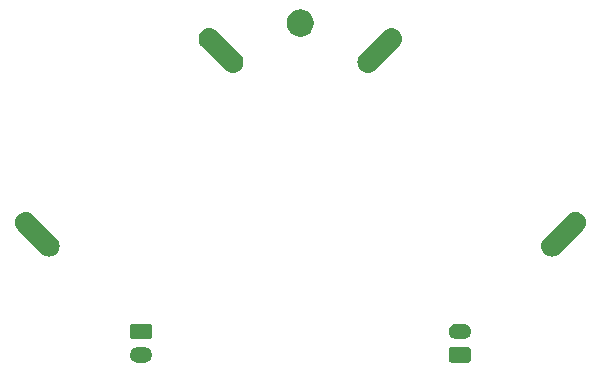
<source format=gbs>
G04 #@! TF.GenerationSoftware,KiCad,Pcbnew,(5.1.4)-1*
G04 #@! TF.CreationDate,2019-08-21T00:58:33+09:00*
G04 #@! TF.ProjectId,battery-pack-pcb,62617474-6572-4792-9d70-61636b2d7063,rev?*
G04 #@! TF.SameCoordinates,PX2faf080PY2faf080*
G04 #@! TF.FileFunction,Soldermask,Bot*
G04 #@! TF.FilePolarity,Negative*
%FSLAX46Y46*%
G04 Gerber Fmt 4.6, Leading zero omitted, Abs format (unit mm)*
G04 Created by KiCad (PCBNEW (5.1.4)-1) date 2019-08-21 00:58:33*
%MOMM*%
%LPD*%
G04 APERTURE LIST*
%ADD10C,0.100000*%
G04 APERTURE END LIST*
D10*
G36*
X14338855Y-30852140D02*
G01*
X14402618Y-30858420D01*
X14483400Y-30882925D01*
X14525336Y-30895646D01*
X14638425Y-30956094D01*
X14737554Y-31037446D01*
X14818906Y-31136575D01*
X14879354Y-31249664D01*
X14879355Y-31249668D01*
X14916580Y-31372382D01*
X14929149Y-31500000D01*
X14916580Y-31627618D01*
X14889040Y-31718404D01*
X14879354Y-31750336D01*
X14818906Y-31863425D01*
X14737554Y-31962554D01*
X14638425Y-32043906D01*
X14525336Y-32104354D01*
X14493404Y-32114040D01*
X14402618Y-32141580D01*
X14338855Y-32147860D01*
X14306974Y-32151000D01*
X13693026Y-32151000D01*
X13661145Y-32147860D01*
X13597382Y-32141580D01*
X13506596Y-32114040D01*
X13474664Y-32104354D01*
X13361575Y-32043906D01*
X13262446Y-31962554D01*
X13181094Y-31863425D01*
X13120646Y-31750336D01*
X13110960Y-31718404D01*
X13083420Y-31627618D01*
X13070851Y-31500000D01*
X13083420Y-31372382D01*
X13120645Y-31249668D01*
X13120646Y-31249664D01*
X13181094Y-31136575D01*
X13262446Y-31037446D01*
X13361575Y-30956094D01*
X13474664Y-30895646D01*
X13516600Y-30882925D01*
X13597382Y-30858420D01*
X13661145Y-30852140D01*
X13693026Y-30849000D01*
X14306974Y-30849000D01*
X14338855Y-30852140D01*
X14338855Y-30852140D01*
G37*
G36*
X41766242Y-30853404D02*
G01*
X41803337Y-30864657D01*
X41837515Y-30882925D01*
X41867481Y-30907519D01*
X41892075Y-30937485D01*
X41910343Y-30971663D01*
X41921596Y-31008758D01*
X41926000Y-31053474D01*
X41926000Y-31946526D01*
X41921596Y-31991242D01*
X41910343Y-32028337D01*
X41892075Y-32062515D01*
X41867481Y-32092481D01*
X41837515Y-32117075D01*
X41803337Y-32135343D01*
X41766242Y-32146596D01*
X41721526Y-32151000D01*
X40278474Y-32151000D01*
X40233758Y-32146596D01*
X40196663Y-32135343D01*
X40162485Y-32117075D01*
X40132519Y-32092481D01*
X40107925Y-32062515D01*
X40089657Y-32028337D01*
X40078404Y-31991242D01*
X40074000Y-31946526D01*
X40074000Y-31053474D01*
X40078404Y-31008758D01*
X40089657Y-30971663D01*
X40107925Y-30937485D01*
X40132519Y-30907519D01*
X40162485Y-30882925D01*
X40196663Y-30864657D01*
X40233758Y-30853404D01*
X40278474Y-30849000D01*
X41721526Y-30849000D01*
X41766242Y-30853404D01*
X41766242Y-30853404D01*
G37*
G36*
X14766242Y-28853404D02*
G01*
X14803337Y-28864657D01*
X14837515Y-28882925D01*
X14867481Y-28907519D01*
X14892075Y-28937485D01*
X14910343Y-28971663D01*
X14921596Y-29008758D01*
X14926000Y-29053474D01*
X14926000Y-29946526D01*
X14921596Y-29991242D01*
X14910343Y-30028337D01*
X14892075Y-30062515D01*
X14867481Y-30092481D01*
X14837515Y-30117075D01*
X14803337Y-30135343D01*
X14766242Y-30146596D01*
X14721526Y-30151000D01*
X13278474Y-30151000D01*
X13233758Y-30146596D01*
X13196663Y-30135343D01*
X13162485Y-30117075D01*
X13132519Y-30092481D01*
X13107925Y-30062515D01*
X13089657Y-30028337D01*
X13078404Y-29991242D01*
X13074000Y-29946526D01*
X13074000Y-29053474D01*
X13078404Y-29008758D01*
X13089657Y-28971663D01*
X13107925Y-28937485D01*
X13132519Y-28907519D01*
X13162485Y-28882925D01*
X13196663Y-28864657D01*
X13233758Y-28853404D01*
X13278474Y-28849000D01*
X14721526Y-28849000D01*
X14766242Y-28853404D01*
X14766242Y-28853404D01*
G37*
G36*
X41338855Y-28852140D02*
G01*
X41402618Y-28858420D01*
X41483400Y-28882925D01*
X41525336Y-28895646D01*
X41638425Y-28956094D01*
X41737554Y-29037446D01*
X41818906Y-29136575D01*
X41879354Y-29249664D01*
X41879355Y-29249668D01*
X41916580Y-29372382D01*
X41929149Y-29500000D01*
X41916580Y-29627618D01*
X41889040Y-29718404D01*
X41879354Y-29750336D01*
X41818906Y-29863425D01*
X41737554Y-29962554D01*
X41638425Y-30043906D01*
X41525336Y-30104354D01*
X41493404Y-30114040D01*
X41402618Y-30141580D01*
X41338855Y-30147860D01*
X41306974Y-30151000D01*
X40693026Y-30151000D01*
X40661145Y-30147860D01*
X40597382Y-30141580D01*
X40506596Y-30114040D01*
X40474664Y-30104354D01*
X40361575Y-30043906D01*
X40262446Y-29962554D01*
X40181094Y-29863425D01*
X40120646Y-29750336D01*
X40110960Y-29718404D01*
X40083420Y-29627618D01*
X40070851Y-29500000D01*
X40083420Y-29372382D01*
X40120645Y-29249668D01*
X40120646Y-29249664D01*
X40181094Y-29136575D01*
X40262446Y-29037446D01*
X40361575Y-28956094D01*
X40474664Y-28895646D01*
X40516600Y-28882925D01*
X40597382Y-28858420D01*
X40661145Y-28852140D01*
X40693026Y-28849000D01*
X41306974Y-28849000D01*
X41338855Y-28852140D01*
X41338855Y-28852140D01*
G37*
G36*
X4408620Y-19399672D02*
G01*
X4578572Y-19451226D01*
X4578575Y-19451228D01*
X4578576Y-19451228D01*
X4735200Y-19534945D01*
X4838080Y-19619377D01*
X4838087Y-19619383D01*
X6880618Y-21661913D01*
X6880623Y-21661918D01*
X6965055Y-21764800D01*
X7048773Y-21921423D01*
X7070062Y-21991605D01*
X7100328Y-22091380D01*
X7117736Y-22268124D01*
X7100328Y-22444866D01*
X7100328Y-22444867D01*
X7048773Y-22614824D01*
X6965055Y-22771448D01*
X6852386Y-22908736D01*
X6715098Y-23021405D01*
X6558474Y-23105123D01*
X6488291Y-23126412D01*
X6388518Y-23156678D01*
X6211774Y-23174086D01*
X6035030Y-23156678D01*
X5935255Y-23126412D01*
X5865073Y-23105123D01*
X5708450Y-23021405D01*
X5605568Y-22936973D01*
X5113461Y-22444866D01*
X3563033Y-20894437D01*
X3563027Y-20894430D01*
X3478595Y-20791550D01*
X3394878Y-20634926D01*
X3394877Y-20634923D01*
X3394876Y-20634922D01*
X3343322Y-20464970D01*
X3325914Y-20288226D01*
X3343322Y-20111482D01*
X3394876Y-19941530D01*
X3394878Y-19941526D01*
X3478595Y-19784901D01*
X3591264Y-19647614D01*
X3728551Y-19534945D01*
X3885176Y-19451228D01*
X3885177Y-19451228D01*
X3885180Y-19451226D01*
X4055132Y-19399672D01*
X4231876Y-19382264D01*
X4408620Y-19399672D01*
X4408620Y-19399672D01*
G37*
G36*
X50944868Y-19399672D02*
G01*
X51044641Y-19429938D01*
X51114824Y-19451227D01*
X51271448Y-19534945D01*
X51408736Y-19647614D01*
X51521405Y-19784902D01*
X51605123Y-19941526D01*
X51605124Y-19941530D01*
X51656678Y-20111482D01*
X51674086Y-20288226D01*
X51656678Y-20464968D01*
X51656678Y-20464969D01*
X51605123Y-20634927D01*
X51521405Y-20791550D01*
X51436973Y-20894432D01*
X51436968Y-20894437D01*
X49394437Y-22936967D01*
X49394431Y-22936972D01*
X49394430Y-22936973D01*
X49291550Y-23021405D01*
X49134926Y-23105122D01*
X49134922Y-23105124D01*
X48964970Y-23156678D01*
X48788226Y-23174086D01*
X48611482Y-23156678D01*
X48441530Y-23105124D01*
X48441526Y-23105122D01*
X48284901Y-23021405D01*
X48147614Y-22908736D01*
X48034945Y-22771449D01*
X47951228Y-22614824D01*
X47951228Y-22614823D01*
X47951226Y-22614820D01*
X47899672Y-22444868D01*
X47882264Y-22268124D01*
X47899672Y-22091380D01*
X47951226Y-21921428D01*
X47951229Y-21921423D01*
X48034945Y-21764800D01*
X48119377Y-21661920D01*
X48119379Y-21661918D01*
X48119383Y-21661913D01*
X50161913Y-19619382D01*
X50161918Y-19619377D01*
X50264800Y-19534945D01*
X50421423Y-19451227D01*
X50491605Y-19429938D01*
X50591380Y-19399672D01*
X50768124Y-19382264D01*
X50944868Y-19399672D01*
X50944868Y-19399672D01*
G37*
G36*
X19964970Y-3843322D02*
G01*
X20134922Y-3894876D01*
X20134925Y-3894878D01*
X20134926Y-3894878D01*
X20291550Y-3978595D01*
X20394430Y-4063027D01*
X20394437Y-4063033D01*
X22436968Y-6105563D01*
X22436973Y-6105568D01*
X22521405Y-6208450D01*
X22605123Y-6365073D01*
X22626412Y-6435255D01*
X22656678Y-6535030D01*
X22674086Y-6711774D01*
X22656678Y-6888516D01*
X22656678Y-6888517D01*
X22605123Y-7058474D01*
X22521405Y-7215098D01*
X22408736Y-7352386D01*
X22271448Y-7465055D01*
X22114824Y-7548773D01*
X22044641Y-7570062D01*
X21944868Y-7600328D01*
X21768124Y-7617736D01*
X21591380Y-7600328D01*
X21491605Y-7570062D01*
X21421423Y-7548773D01*
X21264800Y-7465055D01*
X21161918Y-7380623D01*
X20669811Y-6888516D01*
X19119383Y-5338087D01*
X19119377Y-5338080D01*
X19034945Y-5235200D01*
X18951228Y-5078576D01*
X18951227Y-5078573D01*
X18951226Y-5078572D01*
X18899672Y-4908620D01*
X18882264Y-4731876D01*
X18899672Y-4555132D01*
X18951226Y-4385180D01*
X18951228Y-4385176D01*
X19034945Y-4228551D01*
X19147614Y-4091264D01*
X19284901Y-3978595D01*
X19441526Y-3894878D01*
X19441527Y-3894878D01*
X19441530Y-3894876D01*
X19611482Y-3843322D01*
X19788226Y-3825914D01*
X19964970Y-3843322D01*
X19964970Y-3843322D01*
G37*
G36*
X35388518Y-3843322D02*
G01*
X35488291Y-3873588D01*
X35558474Y-3894877D01*
X35715098Y-3978595D01*
X35852386Y-4091264D01*
X35965055Y-4228552D01*
X36048773Y-4385176D01*
X36048774Y-4385180D01*
X36100328Y-4555132D01*
X36117736Y-4731876D01*
X36100328Y-4908618D01*
X36100328Y-4908619D01*
X36048773Y-5078577D01*
X35965055Y-5235200D01*
X35880623Y-5338082D01*
X35880618Y-5338087D01*
X33838087Y-7380617D01*
X33838081Y-7380622D01*
X33838080Y-7380623D01*
X33735200Y-7465055D01*
X33578576Y-7548772D01*
X33578572Y-7548774D01*
X33408620Y-7600328D01*
X33231876Y-7617736D01*
X33055132Y-7600328D01*
X32885180Y-7548774D01*
X32885176Y-7548772D01*
X32728551Y-7465055D01*
X32591264Y-7352386D01*
X32478595Y-7215099D01*
X32394878Y-7058474D01*
X32394878Y-7058473D01*
X32394876Y-7058470D01*
X32343322Y-6888518D01*
X32325914Y-6711774D01*
X32343322Y-6535030D01*
X32394876Y-6365078D01*
X32394879Y-6365073D01*
X32478595Y-6208450D01*
X32563027Y-6105570D01*
X32563029Y-6105568D01*
X32563033Y-6105563D01*
X34605563Y-4063032D01*
X34605568Y-4063027D01*
X34708450Y-3978595D01*
X34865073Y-3894877D01*
X34935255Y-3873588D01*
X35035030Y-3843322D01*
X35211774Y-3825914D01*
X35388518Y-3843322D01*
X35388518Y-3843322D01*
G37*
G36*
X27724549Y-2271116D02*
G01*
X27835734Y-2293232D01*
X28045203Y-2379997D01*
X28233720Y-2505960D01*
X28394040Y-2666280D01*
X28520003Y-2854797D01*
X28606768Y-3064266D01*
X28651000Y-3286636D01*
X28651000Y-3513364D01*
X28606768Y-3735734D01*
X28520003Y-3945203D01*
X28394040Y-4133720D01*
X28233720Y-4294040D01*
X28045203Y-4420003D01*
X27835734Y-4506768D01*
X27724549Y-4528884D01*
X27613365Y-4551000D01*
X27386635Y-4551000D01*
X27275451Y-4528884D01*
X27164266Y-4506768D01*
X26954797Y-4420003D01*
X26766280Y-4294040D01*
X26605960Y-4133720D01*
X26479997Y-3945203D01*
X26393232Y-3735734D01*
X26349000Y-3513364D01*
X26349000Y-3286636D01*
X26393232Y-3064266D01*
X26479997Y-2854797D01*
X26605960Y-2666280D01*
X26766280Y-2505960D01*
X26954797Y-2379997D01*
X27164266Y-2293232D01*
X27275451Y-2271116D01*
X27386635Y-2249000D01*
X27613365Y-2249000D01*
X27724549Y-2271116D01*
X27724549Y-2271116D01*
G37*
M02*

</source>
